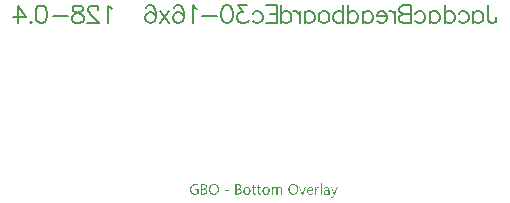
<source format=gbo>
G04*
G04 #@! TF.GenerationSoftware,Altium Limited,Altium Designer,22.11.1 (43)*
G04*
G04 Layer_Color=32896*
%FSLAX45Y45*%
%MOMM*%
G71*
G04*
G04 #@! TF.SameCoordinates,2E7F8865-AB32-4259-96A3-A5373F490E22*
G04*
G04*
G04 #@! TF.FilePolarity,Positive*
G04*
G01*
G75*
%ADD16C,0.20000*%
G36*
X1430084Y-5947607D02*
X1431499Y-5947748D01*
X1433197Y-5947890D01*
X1434895Y-5948031D01*
X1438856Y-5948597D01*
X1442817Y-5949446D01*
X1447062Y-5950719D01*
X1450882Y-5952276D01*
Y-5963877D01*
X1450740Y-5963735D01*
X1450457Y-5963594D01*
X1449750Y-5963169D01*
X1448901Y-5962745D01*
X1447910Y-5962321D01*
X1446637Y-5961613D01*
X1445222Y-5961047D01*
X1443525Y-5960340D01*
X1441827Y-5959774D01*
X1439846Y-5959067D01*
X1437724Y-5958501D01*
X1435460Y-5958076D01*
X1430509Y-5957227D01*
X1427821Y-5957086D01*
X1425133Y-5956944D01*
X1423718D01*
X1422586Y-5957086D01*
X1421313Y-5957227D01*
X1419898Y-5957510D01*
X1418200Y-5957793D01*
X1416502Y-5958218D01*
X1414522Y-5958784D01*
X1412541Y-5959491D01*
X1410560Y-5960340D01*
X1408438Y-5961330D01*
X1406316Y-5962604D01*
X1404335Y-5964018D01*
X1402355Y-5965575D01*
X1400515Y-5967414D01*
X1400374Y-5967555D01*
X1400091Y-5967838D01*
X1399666Y-5968404D01*
X1398959Y-5969253D01*
X1398252Y-5970243D01*
X1397544Y-5971517D01*
X1396554Y-5972931D01*
X1395705Y-5974629D01*
X1394856Y-5976468D01*
X1394007Y-5978449D01*
X1393159Y-5980713D01*
X1392451Y-5982976D01*
X1391744Y-5985523D01*
X1391319Y-5988353D01*
X1391036Y-5991182D01*
X1390895Y-5994153D01*
Y-5994295D01*
Y-5994861D01*
Y-5995709D01*
X1391036Y-5996983D01*
X1391178Y-5998397D01*
X1391319Y-6000095D01*
X1391602Y-6001934D01*
X1392027Y-6003915D01*
X1393017Y-6008159D01*
X1393866Y-6010423D01*
X1394715Y-6012545D01*
X1395705Y-6014809D01*
X1396837Y-6016931D01*
X1398252Y-6018912D01*
X1399808Y-6020892D01*
X1399949Y-6021034D01*
X1400232Y-6021317D01*
X1400798Y-6021741D01*
X1401506Y-6022449D01*
X1402355Y-6023156D01*
X1403486Y-6023863D01*
X1404760Y-6024854D01*
X1406174Y-6025703D01*
X1407872Y-6026552D01*
X1409570Y-6027400D01*
X1411692Y-6028249D01*
X1413814Y-6028957D01*
X1416078Y-6029664D01*
X1418625Y-6030089D01*
X1421171Y-6030371D01*
X1424001Y-6030513D01*
X1424991D01*
X1425698Y-6030371D01*
X1426689D01*
X1427679Y-6030230D01*
X1430226Y-6029947D01*
X1433055Y-6029523D01*
X1436026Y-6028674D01*
X1439139Y-6027683D01*
X1442110Y-6026269D01*
Y-6001227D01*
X1422586D01*
Y-5991748D01*
X1452579D01*
Y-6032211D01*
X1452438Y-6032352D01*
X1452013Y-6032494D01*
X1451164Y-6032918D01*
X1450174Y-6033343D01*
X1448901Y-6033908D01*
X1447486Y-6034616D01*
X1445788Y-6035323D01*
X1443808Y-6035889D01*
X1441685Y-6036597D01*
X1439422Y-6037304D01*
X1436875Y-6038011D01*
X1434329Y-6038577D01*
X1428669Y-6039426D01*
X1425840Y-6039568D01*
X1422727Y-6039709D01*
X1421879D01*
X1420888Y-6039568D01*
X1419615D01*
X1417917Y-6039285D01*
X1416078Y-6039002D01*
X1413956Y-6038719D01*
X1411692Y-6038153D01*
X1409287Y-6037587D01*
X1406740Y-6036738D01*
X1404194Y-6035748D01*
X1401647Y-6034616D01*
X1398959Y-6033201D01*
X1396554Y-6031503D01*
X1394007Y-6029664D01*
X1391744Y-6027542D01*
X1391602Y-6027400D01*
X1391178Y-6026976D01*
X1390612Y-6026269D01*
X1389905Y-6025278D01*
X1389056Y-6024005D01*
X1388065Y-6022590D01*
X1386933Y-6020892D01*
X1385943Y-6018770D01*
X1384811Y-6016648D01*
X1383679Y-6014102D01*
X1382689Y-6011413D01*
X1381840Y-6008584D01*
X1381133Y-6005471D01*
X1380567Y-6002076D01*
X1380143Y-5998539D01*
X1380001Y-5994861D01*
Y-5994578D01*
Y-5993870D01*
X1380143Y-5992880D01*
Y-5991465D01*
X1380425Y-5989626D01*
X1380708Y-5987504D01*
X1381133Y-5985240D01*
X1381699Y-5982835D01*
X1382265Y-5980147D01*
X1383114Y-5977459D01*
X1384245Y-5974629D01*
X1385519Y-5971658D01*
X1386933Y-5968829D01*
X1388773Y-5965999D01*
X1390753Y-5963311D01*
X1393017Y-5960764D01*
X1393159Y-5960623D01*
X1393583Y-5960198D01*
X1394432Y-5959491D01*
X1395422Y-5958642D01*
X1396695Y-5957652D01*
X1398252Y-5956520D01*
X1400091Y-5955388D01*
X1402072Y-5954115D01*
X1404477Y-5952842D01*
X1407023Y-5951710D01*
X1409711Y-5950578D01*
X1412682Y-5949588D01*
X1415795Y-5948739D01*
X1419190Y-5948031D01*
X1422727Y-5947607D01*
X1426406Y-5947465D01*
X1428811D01*
X1430084Y-5947607D01*
D02*
G37*
G36*
X2143275Y-5973214D02*
X2144548Y-5973497D01*
X2146246Y-5973922D01*
X2147944Y-5974488D01*
X2149924Y-5975195D01*
X2151905Y-5976327D01*
X2153744Y-5977742D01*
X2155725Y-5979439D01*
X2157423Y-5981562D01*
X2159120Y-5984108D01*
X2160394Y-5987079D01*
X2161526Y-5990475D01*
X2161808Y-5992455D01*
X2162091Y-5994578D01*
X2162374Y-5996700D01*
Y-5999105D01*
Y-6038294D01*
X2152188D01*
Y-6001793D01*
Y-6001651D01*
Y-6001368D01*
Y-6000803D01*
Y-6000095D01*
X2152046Y-5999246D01*
Y-5998114D01*
X2151764Y-5995851D01*
X2151339Y-5993446D01*
X2150773Y-5990899D01*
X2150066Y-5988494D01*
X2148934Y-5986513D01*
X2148793Y-5986372D01*
X2148368Y-5985806D01*
X2147519Y-5984957D01*
X2146387Y-5984108D01*
X2144831Y-5983259D01*
X2142850Y-5982410D01*
X2140587Y-5981845D01*
X2137899Y-5981703D01*
X2137616D01*
X2136767Y-5981845D01*
X2135635Y-5981986D01*
X2134079Y-5982410D01*
X2132381Y-5983118D01*
X2130400Y-5984250D01*
X2128561Y-5985664D01*
X2126722Y-5987645D01*
X2126580Y-5987928D01*
X2126015Y-5988635D01*
X2125307Y-5989909D01*
X2124458Y-5991607D01*
X2123609Y-5993729D01*
X2122902Y-5996134D01*
X2122336Y-5998963D01*
X2122195Y-6001934D01*
Y-6038294D01*
X2112008D01*
Y-6000520D01*
Y-6000237D01*
Y-5999671D01*
X2111867Y-5998822D01*
X2111725Y-5997549D01*
X2111584Y-5996134D01*
X2111301Y-5994578D01*
X2110735Y-5992880D01*
X2110169Y-5991041D01*
X2109462Y-5989343D01*
X2108471Y-5987645D01*
X2107339Y-5986089D01*
X2105925Y-5984674D01*
X2104227Y-5983401D01*
X2102246Y-5982552D01*
X2099983Y-5981845D01*
X2097436Y-5981703D01*
X2097153D01*
X2096304Y-5981845D01*
X2095172Y-5981986D01*
X2093616Y-5982410D01*
X2091777Y-5983118D01*
X2089938Y-5984108D01*
X2088098Y-5985523D01*
X2086401Y-5987362D01*
X2086259Y-5987645D01*
X2085693Y-5988353D01*
X2084986Y-5989626D01*
X2084279Y-5991182D01*
X2083430Y-5993304D01*
X2082722Y-5995851D01*
X2082156Y-5998680D01*
X2082015Y-6001934D01*
Y-6038294D01*
X2071828D01*
Y-5974488D01*
X2082015D01*
Y-5984674D01*
X2082298D01*
X2082439Y-5984533D01*
X2082581Y-5984108D01*
X2083005Y-5983542D01*
X2083571Y-5982835D01*
X2084279Y-5981986D01*
X2085127Y-5980996D01*
X2086118Y-5980005D01*
X2087391Y-5978873D01*
X2088664Y-5977742D01*
X2090079Y-5976751D01*
X2091777Y-5975761D01*
X2093475Y-5974912D01*
X2095455Y-5974205D01*
X2097577Y-5973497D01*
X2099700Y-5973214D01*
X2102105Y-5973073D01*
X2103237D01*
X2104368Y-5973214D01*
X2105925Y-5973497D01*
X2107764Y-5973922D01*
X2109603Y-5974629D01*
X2111584Y-5975478D01*
X2113423Y-5976751D01*
X2113706Y-5976893D01*
X2114272Y-5977459D01*
X2115121Y-5978166D01*
X2116111Y-5979298D01*
X2117243Y-5980571D01*
X2118375Y-5982269D01*
X2119365Y-5984108D01*
X2120072Y-5986230D01*
X2120214Y-5986089D01*
X2120355Y-5985664D01*
X2120780Y-5984957D01*
X2121487Y-5984108D01*
X2122195Y-5983118D01*
X2123044Y-5982127D01*
X2124175Y-5980854D01*
X2125449Y-5979581D01*
X2126863Y-5978449D01*
X2128420Y-5977176D01*
X2130117Y-5976185D01*
X2132098Y-5975054D01*
X2134079Y-5974346D01*
X2136342Y-5973639D01*
X2138748Y-5973214D01*
X2141294Y-5973073D01*
X2142143D01*
X2143275Y-5973214D01*
D02*
G37*
G36*
X2470231Y-5973639D02*
X2472211Y-5973780D01*
X2473202Y-5974063D01*
X2474050Y-5974346D01*
Y-5984957D01*
X2473909Y-5984816D01*
X2473626Y-5984674D01*
X2472919Y-5984250D01*
X2472070Y-5983825D01*
X2470938Y-5983542D01*
X2469665Y-5983118D01*
X2468108Y-5982976D01*
X2466269Y-5982835D01*
X2465986D01*
X2465137Y-5982976D01*
X2464005Y-5983118D01*
X2462449Y-5983542D01*
X2460751Y-5984391D01*
X2458912Y-5985523D01*
X2457073Y-5986938D01*
X2456224Y-5987928D01*
X2455375Y-5989060D01*
X2455234Y-5989343D01*
X2454668Y-5990192D01*
X2453961Y-5991607D01*
X2453253Y-5993446D01*
X2452404Y-5995851D01*
X2451697Y-5998680D01*
X2451131Y-6002076D01*
X2450990Y-6005896D01*
Y-6038294D01*
X2440803D01*
Y-5974488D01*
X2450990D01*
Y-5987645D01*
X2451272D01*
Y-5987504D01*
X2451414Y-5987362D01*
X2451697Y-5986513D01*
X2452121Y-5985381D01*
X2452829Y-5983825D01*
X2453819Y-5982127D01*
X2454951Y-5980430D01*
X2456224Y-5978873D01*
X2457780Y-5977317D01*
X2457922Y-5977176D01*
X2458629Y-5976751D01*
X2459478Y-5976044D01*
X2460751Y-5975337D01*
X2462308Y-5974771D01*
X2464005Y-5974063D01*
X2465845Y-5973639D01*
X2467967Y-5973497D01*
X2469382D01*
X2470231Y-5973639D01*
D02*
G37*
G36*
X1708937Y-6006886D02*
X1674983D01*
Y-5998822D01*
X1708937D01*
Y-6006886D01*
D02*
G37*
G36*
X2602371Y-6048481D02*
X2602229Y-6048764D01*
X2601947Y-6049330D01*
X2601522Y-6050320D01*
X2600956Y-6051593D01*
X2600107Y-6053008D01*
X2599117Y-6054706D01*
X2597985Y-6056545D01*
X2596712Y-6058384D01*
X2595156Y-6060223D01*
X2593599Y-6062063D01*
X2591760Y-6063619D01*
X2589779Y-6065175D01*
X2587657Y-6066448D01*
X2585394Y-6067439D01*
X2582847Y-6068005D01*
X2580300Y-6068288D01*
X2578886D01*
X2578037Y-6068146D01*
X2575773Y-6067863D01*
X2573651Y-6067439D01*
Y-6058243D01*
X2573792D01*
X2574217Y-6058384D01*
X2574783Y-6058526D01*
X2575632Y-6058809D01*
X2577612Y-6059233D01*
X2579734Y-6059374D01*
X2580442D01*
X2581008Y-6059233D01*
X2582423Y-6058950D01*
X2584120Y-6058243D01*
X2585960Y-6057111D01*
X2586950Y-6056403D01*
X2587799Y-6055555D01*
X2588789Y-6054423D01*
X2589638Y-6053149D01*
X2590487Y-6051735D01*
X2591336Y-6050178D01*
X2596429Y-6038294D01*
X2571529Y-5974488D01*
X2582847D01*
X2600107Y-6023722D01*
Y-6023863D01*
X2600249Y-6024146D01*
X2600390Y-6024571D01*
X2600532Y-6025278D01*
X2600815Y-6026127D01*
X2601098Y-6027117D01*
X2601381Y-6028532D01*
X2601805D01*
Y-6028391D01*
Y-6028249D01*
X2601947Y-6027825D01*
X2602088Y-6027400D01*
X2602229Y-6026693D01*
X2602512Y-6025844D01*
X2602795Y-6024854D01*
X2603078Y-6023722D01*
X2621188Y-5974488D01*
X2631798D01*
X2602371Y-6048481D01*
D02*
G37*
G36*
X2337524Y-6038294D02*
X2327621D01*
X2303428Y-5974488D01*
X2314605D01*
X2330733Y-6020892D01*
X2330875Y-6021175D01*
X2331016Y-6021741D01*
X2331299Y-6022732D01*
X2331724Y-6023863D01*
X2332148Y-6025278D01*
X2332431Y-6026835D01*
X2332997Y-6029806D01*
X2333280D01*
Y-6029523D01*
X2333421Y-6028957D01*
X2333563Y-6028108D01*
X2333704Y-6026976D01*
X2333987Y-6025561D01*
X2334412Y-6024146D01*
X2335261Y-6021175D01*
X2352238Y-5974488D01*
X2362990D01*
X2337524Y-6038294D01*
D02*
G37*
G36*
X2541252Y-5973214D02*
X2542667Y-5973497D01*
X2544365Y-5973780D01*
X2546204Y-5974346D01*
X2548326Y-5975054D01*
X2550449Y-5976044D01*
X2552429Y-5977317D01*
X2554551Y-5978873D01*
X2556391Y-5980854D01*
X2558088Y-5983118D01*
X2559503Y-5985806D01*
X2560635Y-5989060D01*
X2561342Y-5992597D01*
X2561625Y-5996841D01*
Y-6038294D01*
X2551439D01*
Y-6028391D01*
X2551156D01*
X2551014Y-6028532D01*
X2550873Y-6028815D01*
X2550449Y-6029381D01*
X2549883Y-6030089D01*
X2549175Y-6031079D01*
X2548326Y-6031928D01*
X2547336Y-6033060D01*
X2546204Y-6034050D01*
X2544931Y-6035040D01*
X2543516Y-6036172D01*
X2541818Y-6037021D01*
X2540121Y-6037870D01*
X2538281Y-6038719D01*
X2536159Y-6039285D01*
X2534037Y-6039568D01*
X2531632Y-6039709D01*
X2530783D01*
X2530076Y-6039568D01*
X2529227D01*
X2528378Y-6039426D01*
X2526114Y-6039143D01*
X2523709Y-6038436D01*
X2521304Y-6037587D01*
X2518757Y-6036455D01*
X2516635Y-6034757D01*
X2516352Y-6034474D01*
X2515786Y-6033908D01*
X2514938Y-6032777D01*
X2513947Y-6031220D01*
X2512957Y-6029381D01*
X2512108Y-6027117D01*
X2511542Y-6024429D01*
X2511259Y-6021458D01*
Y-6021317D01*
Y-6020609D01*
X2511401Y-6019761D01*
X2511542Y-6018629D01*
X2511967Y-6017214D01*
X2512391Y-6015658D01*
X2513098Y-6013960D01*
X2513947Y-6012121D01*
X2515079Y-6010282D01*
X2516352Y-6008442D01*
X2518050Y-6006745D01*
X2520172Y-6005047D01*
X2522577Y-6003632D01*
X2525407Y-6002359D01*
X2528661Y-6001368D01*
X2532339Y-6000661D01*
X2551439Y-5997973D01*
Y-5997832D01*
Y-5997266D01*
X2551297Y-5996417D01*
Y-5995426D01*
X2551014Y-5994153D01*
X2550731Y-5992880D01*
X2550307Y-5991324D01*
X2549741Y-5989767D01*
X2549034Y-5988353D01*
X2548185Y-5986796D01*
X2547195Y-5985523D01*
X2545921Y-5984250D01*
X2544365Y-5983259D01*
X2542667Y-5982410D01*
X2540545Y-5981845D01*
X2538281Y-5981703D01*
X2537150D01*
X2536301Y-5981845D01*
X2535310Y-5981986D01*
X2534179Y-5982127D01*
X2532905Y-5982410D01*
X2531349Y-5982693D01*
X2528236Y-5983542D01*
X2524700Y-5984957D01*
X2522860Y-5985806D01*
X2521021Y-5986938D01*
X2519323Y-5988070D01*
X2517484Y-5989484D01*
Y-5979015D01*
X2517626Y-5978873D01*
X2517909Y-5978732D01*
X2518475Y-5978449D01*
X2519182Y-5978025D01*
X2520031Y-5977600D01*
X2521163Y-5977176D01*
X2522294Y-5976610D01*
X2523709Y-5976044D01*
X2525265Y-5975478D01*
X2526963Y-5974912D01*
X2530642Y-5974063D01*
X2534744Y-5973356D01*
X2539130Y-5973073D01*
X2540121D01*
X2541252Y-5973214D01*
D02*
G37*
G36*
X2495414Y-6038294D02*
X2485227D01*
Y-5943928D01*
X2495414D01*
Y-6038294D01*
D02*
G37*
G36*
X1791136Y-5949163D02*
X1792126D01*
X1793258Y-5949305D01*
X1795805Y-5949729D01*
X1798776Y-5950436D01*
X1801747Y-5951427D01*
X1804859Y-5952842D01*
X1807548Y-5954681D01*
X1807689D01*
X1807831Y-5954964D01*
X1808679Y-5955671D01*
X1809670Y-5956944D01*
X1810943Y-5958642D01*
X1812216Y-5960764D01*
X1813348Y-5963311D01*
X1814056Y-5966140D01*
X1814197Y-5967697D01*
X1814339Y-5969394D01*
Y-5969536D01*
Y-5969677D01*
Y-5970102D01*
Y-5970668D01*
X1814197Y-5972083D01*
X1813773Y-5973922D01*
X1813348Y-5976044D01*
X1812641Y-5978166D01*
X1811650Y-5980430D01*
X1810236Y-5982693D01*
X1810094Y-5982976D01*
X1809528Y-5983542D01*
X1808538Y-5984533D01*
X1807265Y-5985806D01*
X1805708Y-5987079D01*
X1803728Y-5988353D01*
X1801464Y-5989626D01*
X1798917Y-5990616D01*
Y-5990899D01*
X1799342D01*
X1799766Y-5991041D01*
X1800474Y-5991182D01*
X1802030Y-5991465D01*
X1804152Y-5992172D01*
X1806416Y-5993021D01*
X1808821Y-5994153D01*
X1811226Y-5995709D01*
X1813348Y-5997690D01*
X1813631Y-5997973D01*
X1814197Y-5998680D01*
X1815046Y-5999954D01*
X1816036Y-6001793D01*
X1817027Y-6003915D01*
X1817875Y-6006462D01*
X1818441Y-6009433D01*
X1818724Y-6012687D01*
Y-6012828D01*
Y-6013253D01*
Y-6013819D01*
X1818583Y-6014526D01*
X1818441Y-6015516D01*
X1818300Y-6016648D01*
X1817734Y-6019336D01*
X1816744Y-6022307D01*
X1816036Y-6023722D01*
X1815329Y-6025278D01*
X1814339Y-6026835D01*
X1813207Y-6028391D01*
X1811933Y-6029806D01*
X1810519Y-6031220D01*
X1810377Y-6031362D01*
X1810094Y-6031503D01*
X1809670Y-6031928D01*
X1809104Y-6032352D01*
X1808255Y-6032918D01*
X1807265Y-6033484D01*
X1806133Y-6034050D01*
X1804859Y-6034757D01*
X1803445Y-6035465D01*
X1801888Y-6036031D01*
X1798351Y-6037162D01*
X1794249Y-6038011D01*
X1791985Y-6038153D01*
X1789721Y-6038294D01*
X1763689D01*
Y-5949022D01*
X1790287D01*
X1791136Y-5949163D01*
D02*
G37*
G36*
X1500823D02*
X1501814D01*
X1502945Y-5949305D01*
X1505492Y-5949729D01*
X1508463Y-5950436D01*
X1511434Y-5951427D01*
X1514547Y-5952842D01*
X1517235Y-5954681D01*
X1517376D01*
X1517518Y-5954964D01*
X1518367Y-5955671D01*
X1519357Y-5956944D01*
X1520630Y-5958642D01*
X1521903Y-5960764D01*
X1523035Y-5963311D01*
X1523743Y-5966140D01*
X1523884Y-5967697D01*
X1524026Y-5969394D01*
Y-5969536D01*
Y-5969677D01*
Y-5970102D01*
Y-5970668D01*
X1523884Y-5972083D01*
X1523460Y-5973922D01*
X1523035Y-5976044D01*
X1522328Y-5978166D01*
X1521338Y-5980430D01*
X1519923Y-5982693D01*
X1519781Y-5982976D01*
X1519215Y-5983542D01*
X1518225Y-5984533D01*
X1516952Y-5985806D01*
X1515395Y-5987079D01*
X1513415Y-5988353D01*
X1511151Y-5989626D01*
X1508605Y-5990616D01*
Y-5990899D01*
X1509029D01*
X1509453Y-5991041D01*
X1510161Y-5991182D01*
X1511717Y-5991465D01*
X1513839Y-5992172D01*
X1516103Y-5993021D01*
X1518508Y-5994153D01*
X1520913Y-5995709D01*
X1523035Y-5997690D01*
X1523318Y-5997973D01*
X1523884Y-5998680D01*
X1524733Y-5999954D01*
X1525723Y-6001793D01*
X1526714Y-6003915D01*
X1527563Y-6006462D01*
X1528129Y-6009433D01*
X1528411Y-6012687D01*
Y-6012828D01*
Y-6013253D01*
Y-6013819D01*
X1528270Y-6014526D01*
X1528129Y-6015516D01*
X1527987Y-6016648D01*
X1527421Y-6019336D01*
X1526431Y-6022307D01*
X1525723Y-6023722D01*
X1525016Y-6025278D01*
X1524026Y-6026835D01*
X1522894Y-6028391D01*
X1521621Y-6029806D01*
X1520206Y-6031220D01*
X1520064Y-6031362D01*
X1519781Y-6031503D01*
X1519357Y-6031928D01*
X1518791Y-6032352D01*
X1517942Y-6032918D01*
X1516952Y-6033484D01*
X1515820Y-6034050D01*
X1514547Y-6034757D01*
X1513132Y-6035465D01*
X1511576Y-6036031D01*
X1508039Y-6037162D01*
X1503936Y-6038011D01*
X1501672Y-6038153D01*
X1499408Y-6038294D01*
X1473377D01*
Y-5949022D01*
X1499974D01*
X1500823Y-5949163D01*
D02*
G37*
G36*
X1967135Y-5974488D02*
X1983263D01*
Y-5983259D01*
X1967135D01*
Y-6019195D01*
Y-6019478D01*
Y-6020185D01*
X1967276Y-6021458D01*
X1967418Y-6022732D01*
X1967701Y-6024288D01*
X1967984Y-6025844D01*
X1968550Y-6027259D01*
X1969257Y-6028391D01*
X1969398Y-6028532D01*
X1969681Y-6028815D01*
X1970247Y-6029240D01*
X1971096Y-6029664D01*
X1972086Y-6030230D01*
X1973360Y-6030654D01*
X1974775Y-6030937D01*
X1976614Y-6031079D01*
X1977321D01*
X1978029Y-6030937D01*
X1978877Y-6030796D01*
X1979868Y-6030513D01*
X1981000Y-6030230D01*
X1982131Y-6029664D01*
X1983263Y-6028957D01*
Y-6037728D01*
X1983122Y-6037870D01*
X1982556Y-6038011D01*
X1981848Y-6038294D01*
X1980717Y-6038577D01*
X1979302Y-6039002D01*
X1977604Y-6039285D01*
X1975765Y-6039426D01*
X1973643Y-6039568D01*
X1972935D01*
X1972086Y-6039426D01*
X1971096Y-6039285D01*
X1969823Y-6039002D01*
X1968408Y-6038577D01*
X1966852Y-6038011D01*
X1965296Y-6037304D01*
X1963739Y-6036314D01*
X1962183Y-6035040D01*
X1960768Y-6033484D01*
X1959495Y-6031786D01*
X1958505Y-6029664D01*
X1957656Y-6027117D01*
X1957090Y-6024288D01*
X1956948Y-6021034D01*
Y-5983259D01*
X1945913D01*
Y-5974488D01*
X1956948D01*
Y-5958925D01*
X1967135Y-5955671D01*
Y-5974488D01*
D02*
G37*
G36*
X1923842D02*
X1939971D01*
Y-5983259D01*
X1923842D01*
Y-6019195D01*
Y-6019478D01*
Y-6020185D01*
X1923984Y-6021458D01*
X1924125Y-6022732D01*
X1924408Y-6024288D01*
X1924691Y-6025844D01*
X1925257Y-6027259D01*
X1925965Y-6028391D01*
X1926106Y-6028532D01*
X1926389Y-6028815D01*
X1926955Y-6029240D01*
X1927804Y-6029664D01*
X1928794Y-6030230D01*
X1930068Y-6030654D01*
X1931482Y-6030937D01*
X1933322Y-6031079D01*
X1934029D01*
X1934736Y-6030937D01*
X1935585Y-6030796D01*
X1936576Y-6030513D01*
X1937707Y-6030230D01*
X1938839Y-6029664D01*
X1939971Y-6028957D01*
Y-6037728D01*
X1939829Y-6037870D01*
X1939264Y-6038011D01*
X1938556Y-6038294D01*
X1937424Y-6038577D01*
X1936010Y-6039002D01*
X1934312Y-6039285D01*
X1932473Y-6039426D01*
X1930350Y-6039568D01*
X1929643D01*
X1928794Y-6039426D01*
X1927804Y-6039285D01*
X1926531Y-6039002D01*
X1925116Y-6038577D01*
X1923560Y-6038011D01*
X1922003Y-6037304D01*
X1920447Y-6036314D01*
X1918891Y-6035040D01*
X1917476Y-6033484D01*
X1916203Y-6031786D01*
X1915212Y-6029664D01*
X1914363Y-6027117D01*
X1913798Y-6024288D01*
X1913656Y-6021034D01*
Y-5983259D01*
X1902621D01*
Y-5974488D01*
X1913656D01*
Y-5958925D01*
X1923842Y-5955671D01*
Y-5974488D01*
D02*
G37*
G36*
X2401189Y-5973214D02*
X2402180Y-5973356D01*
X2403311Y-5973497D01*
X2406141Y-5974063D01*
X2409253Y-5975054D01*
X2410810Y-5975619D01*
X2412507Y-5976468D01*
X2414064Y-5977459D01*
X2415479Y-5978449D01*
X2417035Y-5979722D01*
X2418308Y-5981137D01*
X2418450Y-5981279D01*
X2418591Y-5981562D01*
X2419015Y-5981986D01*
X2419440Y-5982552D01*
X2419864Y-5983401D01*
X2420572Y-5984391D01*
X2421138Y-5985664D01*
X2421845Y-5986938D01*
X2422411Y-5988494D01*
X2423118Y-5990192D01*
X2423684Y-5992031D01*
X2424109Y-5994012D01*
X2424675Y-5996134D01*
X2424958Y-5998539D01*
X2425099Y-6000944D01*
X2425241Y-6003632D01*
Y-6009008D01*
X2380251D01*
Y-6009150D01*
Y-6009433D01*
Y-6009999D01*
X2380392Y-6010706D01*
Y-6011696D01*
X2380533Y-6012687D01*
X2380958Y-6015092D01*
X2381665Y-6017638D01*
X2382656Y-6020468D01*
X2384070Y-6023015D01*
X2385910Y-6025420D01*
X2386193Y-6025703D01*
X2386900Y-6026269D01*
X2388173Y-6027259D01*
X2389871Y-6028249D01*
X2391993Y-6029381D01*
X2394681Y-6030371D01*
X2397652Y-6030937D01*
X2401048Y-6031220D01*
X2402038D01*
X2402887Y-6031079D01*
X2403877Y-6030937D01*
X2404868Y-6030796D01*
X2406141Y-6030654D01*
X2407556Y-6030371D01*
X2410668Y-6029523D01*
X2413922Y-6028249D01*
X2415620Y-6027400D01*
X2417459Y-6026410D01*
X2419157Y-6025420D01*
X2420855Y-6024146D01*
Y-6033767D01*
X2420713D01*
X2420430Y-6034050D01*
X2420006Y-6034333D01*
X2419298Y-6034757D01*
X2418450Y-6035182D01*
X2417459Y-6035606D01*
X2416327Y-6036172D01*
X2414913Y-6036738D01*
X2413356Y-6037304D01*
X2411659Y-6037870D01*
X2409819Y-6038294D01*
X2407839Y-6038719D01*
X2405858Y-6039143D01*
X2403594Y-6039426D01*
X2398643Y-6039709D01*
X2397369D01*
X2396379Y-6039568D01*
X2395247Y-6039426D01*
X2393974Y-6039285D01*
X2392418Y-6039002D01*
X2390861Y-6038577D01*
X2387466Y-6037587D01*
X2385627Y-6036879D01*
X2383929Y-6036031D01*
X2382090Y-6035040D01*
X2380392Y-6033908D01*
X2378836Y-6032635D01*
X2377279Y-6031079D01*
X2377138Y-6030937D01*
X2376997Y-6030654D01*
X2376572Y-6030230D01*
X2376148Y-6029523D01*
X2375582Y-6028532D01*
X2374874Y-6027542D01*
X2374167Y-6026269D01*
X2373460Y-6024854D01*
X2372752Y-6023156D01*
X2372045Y-6021317D01*
X2371479Y-6019336D01*
X2370771Y-6017214D01*
X2370347Y-6014809D01*
X2369923Y-6012262D01*
X2369781Y-6009574D01*
X2369640Y-6006745D01*
Y-6006603D01*
Y-6006037D01*
Y-6005330D01*
X2369781Y-6004198D01*
X2369923Y-6002925D01*
X2370064Y-6001510D01*
X2370347Y-5999812D01*
X2370630Y-5998114D01*
X2371620Y-5994153D01*
X2372328Y-5992172D01*
X2373177Y-5990192D01*
X2374167Y-5988070D01*
X2375299Y-5986089D01*
X2376572Y-5984250D01*
X2377987Y-5982410D01*
X2378128Y-5982269D01*
X2378411Y-5981986D01*
X2378836Y-5981562D01*
X2379543Y-5980996D01*
X2380392Y-5980288D01*
X2381382Y-5979439D01*
X2382514Y-5978591D01*
X2383787Y-5977742D01*
X2385202Y-5976893D01*
X2386900Y-5976044D01*
X2390437Y-5974488D01*
X2392418Y-5973922D01*
X2394540Y-5973497D01*
X2396803Y-5973214D01*
X2399067Y-5973073D01*
X2400199D01*
X2401189Y-5973214D01*
D02*
G37*
G36*
X2257306Y-5947607D02*
X2258579D01*
X2260136Y-5947890D01*
X2261975Y-5948173D01*
X2263956Y-5948456D01*
X2266219Y-5949022D01*
X2268483Y-5949729D01*
X2270888Y-5950578D01*
X2273435Y-5951568D01*
X2275840Y-5952842D01*
X2278386Y-5954256D01*
X2280791Y-5955954D01*
X2283055Y-5957793D01*
X2285319Y-5960057D01*
X2285460Y-5960198D01*
X2285743Y-5960623D01*
X2286309Y-5961330D01*
X2287158Y-5962321D01*
X2288007Y-5963594D01*
X2288856Y-5965009D01*
X2289988Y-5966848D01*
X2290978Y-5968829D01*
X2291968Y-5970951D01*
X2293100Y-5973497D01*
X2293949Y-5976185D01*
X2294939Y-5979015D01*
X2295647Y-5982127D01*
X2296213Y-5985381D01*
X2296496Y-5988918D01*
X2296637Y-5992597D01*
Y-5992880D01*
Y-5993587D01*
X2296496Y-5994719D01*
Y-5996134D01*
X2296354Y-5997973D01*
X2296071Y-6000095D01*
X2295647Y-6002500D01*
X2295222Y-6005047D01*
X2294515Y-6007735D01*
X2293807Y-6010565D01*
X2292817Y-6013394D01*
X2291685Y-6016365D01*
X2290412Y-6019195D01*
X2288856Y-6022024D01*
X2287017Y-6024571D01*
X2285036Y-6027117D01*
X2284894Y-6027259D01*
X2284470Y-6027683D01*
X2283904Y-6028249D01*
X2282914Y-6029098D01*
X2281782Y-6030089D01*
X2280367Y-6031079D01*
X2278669Y-6032211D01*
X2276830Y-6033343D01*
X2274708Y-6034616D01*
X2272444Y-6035748D01*
X2269898Y-6036738D01*
X2267068Y-6037728D01*
X2264097Y-6038577D01*
X2260985Y-6039143D01*
X2257589Y-6039568D01*
X2254052Y-6039709D01*
X2253203D01*
X2252213Y-6039568D01*
X2250940D01*
X2249242Y-6039285D01*
X2247403Y-6039002D01*
X2245422Y-6038719D01*
X2243158Y-6038153D01*
X2240753Y-6037445D01*
X2238348Y-6036597D01*
X2235801Y-6035606D01*
X2233255Y-6034474D01*
X2230708Y-6033060D01*
X2228303Y-6031362D01*
X2225898Y-6029381D01*
X2223634Y-6027259D01*
X2223493Y-6027117D01*
X2223210Y-6026693D01*
X2222644Y-6025986D01*
X2221795Y-6024995D01*
X2220946Y-6023722D01*
X2219956Y-6022307D01*
X2218966Y-6020468D01*
X2217975Y-6018487D01*
X2216843Y-6016224D01*
X2215853Y-6013819D01*
X2214863Y-6011130D01*
X2214014Y-6008301D01*
X2213306Y-6005188D01*
X2212741Y-6001934D01*
X2212316Y-5998397D01*
X2212175Y-5994719D01*
Y-5994436D01*
Y-5993729D01*
X2212316Y-5992597D01*
Y-5991182D01*
X2212599Y-5989343D01*
X2212741Y-5987221D01*
X2213165Y-5984957D01*
X2213589Y-5982410D01*
X2214297Y-5979722D01*
X2215004Y-5976893D01*
X2215995Y-5974063D01*
X2217126Y-5971092D01*
X2218400Y-5968263D01*
X2219956Y-5965575D01*
X2221795Y-5962886D01*
X2223776Y-5960340D01*
X2223917Y-5960198D01*
X2224342Y-5959774D01*
X2225049Y-5959208D01*
X2225898Y-5958359D01*
X2227171Y-5957369D01*
X2228586Y-5956237D01*
X2230284Y-5955105D01*
X2232123Y-5953832D01*
X2234245Y-5952700D01*
X2236650Y-5951568D01*
X2239338Y-5950436D01*
X2242168Y-5949446D01*
X2245139Y-5948597D01*
X2248393Y-5948031D01*
X2251788Y-5947607D01*
X2255467Y-5947465D01*
X2256316D01*
X2257306Y-5947607D01*
D02*
G37*
G36*
X2027546Y-5973214D02*
X2028678Y-5973356D01*
X2030092Y-5973497D01*
X2031649Y-5973780D01*
X2033346Y-5974205D01*
X2036883Y-5975195D01*
X2038723Y-5975902D01*
X2040562Y-5976751D01*
X2042401Y-5977742D01*
X2044099Y-5979015D01*
X2045797Y-5980288D01*
X2047353Y-5981845D01*
X2047494Y-5981986D01*
X2047636Y-5982269D01*
X2048060Y-5982693D01*
X2048626Y-5983401D01*
X2049192Y-5984391D01*
X2049899Y-5985381D01*
X2050607Y-5986655D01*
X2051456Y-5988211D01*
X2052163Y-5989767D01*
X2052870Y-5991607D01*
X2053578Y-5993587D01*
X2054144Y-5995851D01*
X2054710Y-5998114D01*
X2055134Y-6000661D01*
X2055276Y-6003349D01*
X2055417Y-6006179D01*
Y-6006320D01*
Y-6006886D01*
Y-6007594D01*
X2055276Y-6008725D01*
X2055134Y-6009999D01*
X2054993Y-6011555D01*
X2054710Y-6013111D01*
X2054285Y-6014950D01*
X2053295Y-6018912D01*
X2052587Y-6020892D01*
X2051739Y-6023015D01*
X2050748Y-6024995D01*
X2049616Y-6026976D01*
X2048343Y-6028815D01*
X2046787Y-6030654D01*
X2046645Y-6030796D01*
X2046362Y-6031079D01*
X2045938Y-6031503D01*
X2045231Y-6032069D01*
X2044382Y-6032777D01*
X2043250Y-6033484D01*
X2042118Y-6034333D01*
X2040703Y-6035182D01*
X2039147Y-6036031D01*
X2037308Y-6036879D01*
X2035469Y-6037587D01*
X2033346Y-6038294D01*
X2031083Y-6038860D01*
X2028819Y-6039285D01*
X2026273Y-6039568D01*
X2023584Y-6039709D01*
X2022170D01*
X2021179Y-6039568D01*
X2020048Y-6039426D01*
X2018633Y-6039285D01*
X2017076Y-6039002D01*
X2015520Y-6038577D01*
X2011842Y-6037587D01*
X2010003Y-6036879D01*
X2008022Y-6036031D01*
X2006183Y-6035040D01*
X2004343Y-6033767D01*
X2002646Y-6032494D01*
X2000948Y-6030937D01*
X2000807Y-6030796D01*
X2000524Y-6030513D01*
X2000241Y-6029947D01*
X1999675Y-6029240D01*
X1998967Y-6028391D01*
X1998260Y-6027259D01*
X1997553Y-6026127D01*
X1996845Y-6024571D01*
X1995996Y-6023015D01*
X1995289Y-6021175D01*
X1994581Y-6019195D01*
X1993874Y-6017214D01*
X1993308Y-6014809D01*
X1993025Y-6012404D01*
X1992742Y-6009857D01*
X1992601Y-6007169D01*
Y-6007028D01*
Y-6006462D01*
Y-6005613D01*
X1992742Y-6004481D01*
X1992884Y-6003208D01*
X1993025Y-6001651D01*
X1993308Y-5999954D01*
X1993733Y-5997973D01*
X1994723Y-5994012D01*
X1995430Y-5991889D01*
X1996279Y-5989909D01*
X1997270Y-5987787D01*
X1998543Y-5985806D01*
X1999816Y-5983967D01*
X2001372Y-5982127D01*
X2001514Y-5981986D01*
X2001797Y-5981703D01*
X2002221Y-5981279D01*
X2002929Y-5980713D01*
X2003919Y-5980005D01*
X2004909Y-5979298D01*
X2006183Y-5978449D01*
X2007597Y-5977600D01*
X2009295Y-5976751D01*
X2010993Y-5975902D01*
X2012974Y-5975195D01*
X2015096Y-5974488D01*
X2017359Y-5973922D01*
X2019765Y-5973497D01*
X2022453Y-5973214D01*
X2025141Y-5973073D01*
X2026556D01*
X2027546Y-5973214D01*
D02*
G37*
G36*
X1866119D02*
X1867251Y-5973356D01*
X1868666Y-5973497D01*
X1870222Y-5973780D01*
X1871920Y-5974205D01*
X1875457Y-5975195D01*
X1877296Y-5975902D01*
X1879135Y-5976751D01*
X1880975Y-5977742D01*
X1882672Y-5979015D01*
X1884370Y-5980288D01*
X1885926Y-5981845D01*
X1886068Y-5981986D01*
X1886209Y-5982269D01*
X1886634Y-5982693D01*
X1887200Y-5983401D01*
X1887766Y-5984391D01*
X1888473Y-5985381D01*
X1889180Y-5986655D01*
X1890029Y-5988211D01*
X1890737Y-5989767D01*
X1891444Y-5991607D01*
X1892151Y-5993587D01*
X1892717Y-5995851D01*
X1893283Y-5998114D01*
X1893708Y-6000661D01*
X1893849Y-6003349D01*
X1893991Y-6006179D01*
Y-6006320D01*
Y-6006886D01*
Y-6007594D01*
X1893849Y-6008725D01*
X1893708Y-6009999D01*
X1893566Y-6011555D01*
X1893283Y-6013111D01*
X1892859Y-6014950D01*
X1891868Y-6018912D01*
X1891161Y-6020892D01*
X1890312Y-6023015D01*
X1889322Y-6024995D01*
X1888190Y-6026976D01*
X1886917Y-6028815D01*
X1885360Y-6030654D01*
X1885219Y-6030796D01*
X1884936Y-6031079D01*
X1884512Y-6031503D01*
X1883804Y-6032069D01*
X1882955Y-6032777D01*
X1881824Y-6033484D01*
X1880692Y-6034333D01*
X1879277Y-6035182D01*
X1877721Y-6036031D01*
X1875881Y-6036879D01*
X1874042Y-6037587D01*
X1871920Y-6038294D01*
X1869656Y-6038860D01*
X1867393Y-6039285D01*
X1864846Y-6039568D01*
X1862158Y-6039709D01*
X1860743D01*
X1859753Y-6039568D01*
X1858621Y-6039426D01*
X1857206Y-6039285D01*
X1855650Y-6039002D01*
X1854094Y-6038577D01*
X1850415Y-6037587D01*
X1848576Y-6036879D01*
X1846595Y-6036031D01*
X1844756Y-6035040D01*
X1842917Y-6033767D01*
X1841219Y-6032494D01*
X1839522Y-6030937D01*
X1839380Y-6030796D01*
X1839097Y-6030513D01*
X1838814Y-6029947D01*
X1838248Y-6029240D01*
X1837541Y-6028391D01*
X1836834Y-6027259D01*
X1836126Y-6026127D01*
X1835419Y-6024571D01*
X1834570Y-6023015D01*
X1833862Y-6021175D01*
X1833155Y-6019195D01*
X1832448Y-6017214D01*
X1831882Y-6014809D01*
X1831599Y-6012404D01*
X1831316Y-6009857D01*
X1831174Y-6007169D01*
Y-6007028D01*
Y-6006462D01*
Y-6005613D01*
X1831316Y-6004481D01*
X1831457Y-6003208D01*
X1831599Y-6001651D01*
X1831882Y-5999954D01*
X1832306Y-5997973D01*
X1833297Y-5994012D01*
X1834004Y-5991889D01*
X1834853Y-5989909D01*
X1835843Y-5987787D01*
X1837116Y-5985806D01*
X1838390Y-5983967D01*
X1839946Y-5982127D01*
X1840088Y-5981986D01*
X1840370Y-5981703D01*
X1840795Y-5981279D01*
X1841502Y-5980713D01*
X1842493Y-5980005D01*
X1843483Y-5979298D01*
X1844756Y-5978449D01*
X1846171Y-5977600D01*
X1847869Y-5976751D01*
X1849567Y-5975902D01*
X1851547Y-5975195D01*
X1853669Y-5974488D01*
X1855933Y-5973922D01*
X1858338Y-5973497D01*
X1861026Y-5973214D01*
X1863714Y-5973073D01*
X1865129D01*
X1866119Y-5973214D01*
D02*
G37*
G36*
X1585852Y-5947607D02*
X1587125D01*
X1588681Y-5947890D01*
X1590520Y-5948173D01*
X1592501Y-5948456D01*
X1594765Y-5949022D01*
X1597028Y-5949729D01*
X1599433Y-5950578D01*
X1601980Y-5951568D01*
X1604385Y-5952842D01*
X1606932Y-5954256D01*
X1609337Y-5955954D01*
X1611601Y-5957793D01*
X1613864Y-5960057D01*
X1614006Y-5960198D01*
X1614289Y-5960623D01*
X1614855Y-5961330D01*
X1615703Y-5962321D01*
X1616552Y-5963594D01*
X1617401Y-5965009D01*
X1618533Y-5966848D01*
X1619523Y-5968829D01*
X1620514Y-5970951D01*
X1621645Y-5973497D01*
X1622494Y-5976185D01*
X1623485Y-5979015D01*
X1624192Y-5982127D01*
X1624758Y-5985381D01*
X1625041Y-5988918D01*
X1625182Y-5992597D01*
Y-5992880D01*
Y-5993587D01*
X1625041Y-5994719D01*
Y-5996134D01*
X1624899Y-5997973D01*
X1624617Y-6000095D01*
X1624192Y-6002500D01*
X1623768Y-6005047D01*
X1623060Y-6007735D01*
X1622353Y-6010565D01*
X1621363Y-6013394D01*
X1620231Y-6016365D01*
X1618957Y-6019195D01*
X1617401Y-6022024D01*
X1615562Y-6024571D01*
X1613581Y-6027117D01*
X1613440Y-6027259D01*
X1613015Y-6027683D01*
X1612449Y-6028249D01*
X1611459Y-6029098D01*
X1610327Y-6030089D01*
X1608912Y-6031079D01*
X1607215Y-6032211D01*
X1605376Y-6033343D01*
X1603253Y-6034616D01*
X1600990Y-6035748D01*
X1598443Y-6036738D01*
X1595614Y-6037728D01*
X1592642Y-6038577D01*
X1589530Y-6039143D01*
X1586134Y-6039568D01*
X1582598Y-6039709D01*
X1581749D01*
X1580758Y-6039568D01*
X1579485D01*
X1577787Y-6039285D01*
X1575948Y-6039002D01*
X1573967Y-6038719D01*
X1571704Y-6038153D01*
X1569299Y-6037445D01*
X1566893Y-6036597D01*
X1564347Y-6035606D01*
X1561800Y-6034474D01*
X1559254Y-6033060D01*
X1556849Y-6031362D01*
X1554443Y-6029381D01*
X1552180Y-6027259D01*
X1552038Y-6027117D01*
X1551755Y-6026693D01*
X1551189Y-6025986D01*
X1550341Y-6024995D01*
X1549492Y-6023722D01*
X1548501Y-6022307D01*
X1547511Y-6020468D01*
X1546521Y-6018487D01*
X1545389Y-6016224D01*
X1544398Y-6013819D01*
X1543408Y-6011130D01*
X1542559Y-6008301D01*
X1541852Y-6005188D01*
X1541286Y-6001934D01*
X1540862Y-5998397D01*
X1540720Y-5994719D01*
Y-5994436D01*
Y-5993729D01*
X1540862Y-5992597D01*
Y-5991182D01*
X1541144Y-5989343D01*
X1541286Y-5987221D01*
X1541710Y-5984957D01*
X1542135Y-5982410D01*
X1542842Y-5979722D01*
X1543550Y-5976893D01*
X1544540Y-5974063D01*
X1545672Y-5971092D01*
X1546945Y-5968263D01*
X1548501Y-5965575D01*
X1550341Y-5962886D01*
X1552321Y-5960340D01*
X1552463Y-5960198D01*
X1552887Y-5959774D01*
X1553595Y-5959208D01*
X1554443Y-5958359D01*
X1555717Y-5957369D01*
X1557132Y-5956237D01*
X1558829Y-5955105D01*
X1560668Y-5953832D01*
X1562791Y-5952700D01*
X1565196Y-5951568D01*
X1567884Y-5950436D01*
X1570713Y-5949446D01*
X1573684Y-5948597D01*
X1576938Y-5948031D01*
X1580334Y-5947607D01*
X1584012Y-5947465D01*
X1584861D01*
X1585852Y-5947607D01*
D02*
G37*
%LPC*%
G36*
X2551439Y-6006037D02*
X2536018Y-6008159D01*
X2535735D01*
X2534886Y-6008301D01*
X2533613Y-6008584D01*
X2532056Y-6009008D01*
X2530359Y-6009433D01*
X2528519Y-6009999D01*
X2526822Y-6010848D01*
X2525265Y-6011696D01*
X2525124Y-6011838D01*
X2524700Y-6012121D01*
X2524134Y-6012828D01*
X2523568Y-6013819D01*
X2522860Y-6014950D01*
X2522294Y-6016507D01*
X2521870Y-6018346D01*
X2521729Y-6020609D01*
Y-6020751D01*
Y-6021317D01*
X2521870Y-6022307D01*
X2522153Y-6023298D01*
X2522577Y-6024571D01*
X2523143Y-6025844D01*
X2523851Y-6027117D01*
X2524983Y-6028249D01*
X2525124Y-6028391D01*
X2525548Y-6028674D01*
X2526397Y-6029240D01*
X2527388Y-6029664D01*
X2528661Y-6030230D01*
X2530217Y-6030796D01*
X2531915Y-6031079D01*
X2533896Y-6031220D01*
X2534603D01*
X2535169Y-6031079D01*
X2536584Y-6030937D01*
X2538281Y-6030513D01*
X2540262Y-6029947D01*
X2542384Y-6028957D01*
X2544506Y-6027683D01*
X2546487Y-6025986D01*
X2546770Y-6025703D01*
X2547336Y-6024995D01*
X2548043Y-6023863D01*
X2549034Y-6022307D01*
X2549883Y-6020327D01*
X2550731Y-6017921D01*
X2551297Y-6015375D01*
X2551439Y-6012404D01*
Y-6006037D01*
D02*
G37*
G36*
X1786184Y-5958501D02*
X1774159D01*
Y-5987362D01*
X1786326D01*
X1787882Y-5987079D01*
X1789863Y-5986796D01*
X1791985Y-5986372D01*
X1794249Y-5985664D01*
X1796371Y-5984674D01*
X1798351Y-5983259D01*
X1798634Y-5983118D01*
X1799200Y-5982410D01*
X1799908Y-5981562D01*
X1800898Y-5980147D01*
X1801747Y-5978591D01*
X1802596Y-5976468D01*
X1803162Y-5974205D01*
X1803303Y-5971517D01*
Y-5971375D01*
Y-5970951D01*
X1803162Y-5970243D01*
X1803020Y-5969536D01*
X1802737Y-5968546D01*
X1802454Y-5967414D01*
X1801888Y-5966282D01*
X1801181Y-5965009D01*
X1800191Y-5963735D01*
X1799059Y-5962604D01*
X1797786Y-5961472D01*
X1796088Y-5960481D01*
X1794107Y-5959632D01*
X1791844Y-5959067D01*
X1789155Y-5958642D01*
X1786184Y-5958501D01*
D02*
G37*
G36*
Y-5996700D02*
X1774159D01*
Y-6028957D01*
X1789297D01*
X1790004Y-6028815D01*
X1791561Y-6028674D01*
X1793683Y-6028391D01*
X1795946Y-6027825D01*
X1798351Y-6027117D01*
X1800615Y-6025986D01*
X1802737Y-6024571D01*
X1803020Y-6024429D01*
X1803586Y-6023722D01*
X1804294Y-6022732D01*
X1805284Y-6021458D01*
X1806274Y-6019761D01*
X1806982Y-6017638D01*
X1807548Y-6015233D01*
X1807831Y-6012545D01*
Y-6012404D01*
Y-6011838D01*
X1807689Y-6011130D01*
X1807548Y-6009999D01*
X1807123Y-6008867D01*
X1806699Y-6007594D01*
X1805991Y-6006037D01*
X1805142Y-6004622D01*
X1804011Y-6003208D01*
X1802596Y-6001651D01*
X1800757Y-6000378D01*
X1798634Y-5999105D01*
X1796229Y-5998114D01*
X1793400Y-5997407D01*
X1790004Y-5996841D01*
X1786184Y-5996700D01*
D02*
G37*
G36*
X1495872Y-5958501D02*
X1483846D01*
Y-5987362D01*
X1496013D01*
X1497569Y-5987079D01*
X1499550Y-5986796D01*
X1501672Y-5986372D01*
X1503936Y-5985664D01*
X1506058Y-5984674D01*
X1508039Y-5983259D01*
X1508322Y-5983118D01*
X1508888Y-5982410D01*
X1509595Y-5981562D01*
X1510585Y-5980147D01*
X1511434Y-5978591D01*
X1512283Y-5976468D01*
X1512849Y-5974205D01*
X1512990Y-5971517D01*
Y-5971375D01*
Y-5970951D01*
X1512849Y-5970243D01*
X1512707Y-5969536D01*
X1512424Y-5968546D01*
X1512142Y-5967414D01*
X1511576Y-5966282D01*
X1510868Y-5965009D01*
X1509878Y-5963735D01*
X1508746Y-5962604D01*
X1507473Y-5961472D01*
X1505775Y-5960481D01*
X1503794Y-5959632D01*
X1501531Y-5959067D01*
X1498843Y-5958642D01*
X1495872Y-5958501D01*
D02*
G37*
G36*
Y-5996700D02*
X1483846D01*
Y-6028957D01*
X1498984D01*
X1499691Y-6028815D01*
X1501248Y-6028674D01*
X1503370Y-6028391D01*
X1505634Y-6027825D01*
X1508039Y-6027117D01*
X1510302Y-6025986D01*
X1512424Y-6024571D01*
X1512707Y-6024429D01*
X1513273Y-6023722D01*
X1513981Y-6022732D01*
X1514971Y-6021458D01*
X1515961Y-6019761D01*
X1516669Y-6017638D01*
X1517235Y-6015233D01*
X1517518Y-6012545D01*
Y-6012404D01*
Y-6011838D01*
X1517376Y-6011130D01*
X1517235Y-6009999D01*
X1516810Y-6008867D01*
X1516386Y-6007594D01*
X1515678Y-6006037D01*
X1514830Y-6004622D01*
X1513698Y-6003208D01*
X1512283Y-6001651D01*
X1510444Y-6000378D01*
X1508322Y-5999105D01*
X1505916Y-5998114D01*
X1503087Y-5997407D01*
X1499691Y-5996841D01*
X1495872Y-5996700D01*
D02*
G37*
G36*
X2398784Y-5981703D02*
X2398077D01*
X2397652Y-5981845D01*
X2396238Y-5981986D01*
X2394540Y-5982410D01*
X2392559Y-5982976D01*
X2390578Y-5983967D01*
X2388456Y-5985240D01*
X2386476Y-5986938D01*
X2386334Y-5987221D01*
X2385627Y-5987928D01*
X2384919Y-5988918D01*
X2383929Y-5990475D01*
X2382797Y-5992455D01*
X2381807Y-5994719D01*
X2380958Y-5997407D01*
X2380392Y-6000378D01*
X2414771D01*
Y-6000237D01*
Y-5999954D01*
Y-5999529D01*
Y-5998963D01*
X2414488Y-5997266D01*
X2414205Y-5995285D01*
X2413781Y-5993163D01*
X2412932Y-5990758D01*
X2411942Y-5988635D01*
X2410527Y-5986655D01*
X2410385Y-5986372D01*
X2409819Y-5985806D01*
X2408829Y-5985099D01*
X2407414Y-5984108D01*
X2405858Y-5983259D01*
X2403736Y-5982410D01*
X2401472Y-5981845D01*
X2398784Y-5981703D01*
D02*
G37*
G36*
X2254760Y-5956944D02*
X2253345D01*
X2252496Y-5957086D01*
X2251223Y-5957227D01*
X2249808Y-5957510D01*
X2248252Y-5957793D01*
X2246695Y-5958218D01*
X2244856Y-5958784D01*
X2243017Y-5959491D01*
X2241178Y-5960198D01*
X2239197Y-5961189D01*
X2237216Y-5962462D01*
X2235377Y-5963735D01*
X2233538Y-5965292D01*
X2231840Y-5967131D01*
X2231699Y-5967272D01*
X2231416Y-5967555D01*
X2230991Y-5968121D01*
X2230425Y-5968970D01*
X2229859Y-5969960D01*
X2229011Y-5971234D01*
X2228303Y-5972648D01*
X2227454Y-5974346D01*
X2226605Y-5976185D01*
X2225898Y-5978166D01*
X2225049Y-5980288D01*
X2224483Y-5982693D01*
X2223917Y-5985240D01*
X2223493Y-5987928D01*
X2223210Y-5990899D01*
X2223068Y-5993870D01*
Y-5994012D01*
Y-5994578D01*
Y-5995426D01*
X2223210Y-5996558D01*
X2223351Y-5997973D01*
X2223493Y-5999529D01*
X2223776Y-6001368D01*
X2224200Y-6003349D01*
X2225191Y-6007594D01*
X2225898Y-6009716D01*
X2226747Y-6011979D01*
X2227737Y-6014243D01*
X2228869Y-6016365D01*
X2230142Y-6018487D01*
X2231699Y-6020468D01*
X2231840Y-6020609D01*
X2232123Y-6020892D01*
X2232547Y-6021458D01*
X2233255Y-6022024D01*
X2234104Y-6022732D01*
X2235094Y-6023581D01*
X2236367Y-6024571D01*
X2237782Y-6025420D01*
X2239197Y-6026410D01*
X2240895Y-6027400D01*
X2242734Y-6028249D01*
X2244715Y-6028957D01*
X2246837Y-6029523D01*
X2249100Y-6030089D01*
X2251506Y-6030371D01*
X2254052Y-6030513D01*
X2255467D01*
X2256457Y-6030371D01*
X2257731Y-6030230D01*
X2259145Y-6029947D01*
X2260702Y-6029664D01*
X2262541Y-6029240D01*
X2266219Y-6028108D01*
X2268058Y-6027400D01*
X2270039Y-6026410D01*
X2272020Y-6025278D01*
X2273859Y-6024005D01*
X2275557Y-6022590D01*
X2277255Y-6020892D01*
X2277396Y-6020751D01*
X2277679Y-6020468D01*
X2278103Y-6019902D01*
X2278528Y-6019053D01*
X2279235Y-6018063D01*
X2279943Y-6016931D01*
X2280650Y-6015516D01*
X2281499Y-6013960D01*
X2282348Y-6012121D01*
X2283055Y-6010140D01*
X2283763Y-6007876D01*
X2284470Y-6005471D01*
X2284894Y-6002925D01*
X2285319Y-6000095D01*
X2285602Y-5997124D01*
X2285743Y-5994012D01*
Y-5993870D01*
Y-5993163D01*
Y-5992314D01*
X2285602Y-5991041D01*
X2285460Y-5989626D01*
X2285319Y-5987928D01*
X2285036Y-5985947D01*
X2284753Y-5983967D01*
X2283763Y-5979581D01*
X2283055Y-5977317D01*
X2282206Y-5975054D01*
X2281216Y-5972790D01*
X2280226Y-5970668D01*
X2278811Y-5968546D01*
X2277396Y-5966706D01*
X2277255Y-5966565D01*
X2276972Y-5966282D01*
X2276547Y-5965858D01*
X2275840Y-5965150D01*
X2274991Y-5964443D01*
X2274001Y-5963594D01*
X2272869Y-5962745D01*
X2271454Y-5961755D01*
X2269898Y-5960906D01*
X2268200Y-5960057D01*
X2266361Y-5959208D01*
X2264380Y-5958501D01*
X2262258Y-5957793D01*
X2259853Y-5957369D01*
X2257448Y-5957086D01*
X2254760Y-5956944D01*
D02*
G37*
G36*
X2026131Y-5981703D02*
X2023302D01*
X2022736Y-5981845D01*
X2021887D01*
X2020896Y-5981986D01*
X2018633Y-5982552D01*
X2016228Y-5983259D01*
X2013681Y-5984533D01*
X2011134Y-5986089D01*
X2009861Y-5987221D01*
X2008729Y-5988353D01*
Y-5988494D01*
X2008446Y-5988635D01*
X2008163Y-5989060D01*
X2007880Y-5989626D01*
X2007456Y-5990192D01*
X2006890Y-5991041D01*
X2006466Y-5992031D01*
X2005900Y-5993163D01*
X2004909Y-5995851D01*
X2003919Y-5998963D01*
X2003353Y-6002642D01*
X2003070Y-6006886D01*
Y-6007028D01*
Y-6007311D01*
Y-6008018D01*
X2003212Y-6008725D01*
Y-6009716D01*
X2003353Y-6010848D01*
X2003778Y-6013394D01*
X2004485Y-6016224D01*
X2005475Y-6019195D01*
X2006890Y-6022024D01*
X2008871Y-6024712D01*
X2009012D01*
X2009154Y-6024995D01*
X2010003Y-6025703D01*
X2011276Y-6026835D01*
X2012974Y-6027966D01*
X2015237Y-6029098D01*
X2017784Y-6030230D01*
X2020896Y-6030937D01*
X2022594Y-6031079D01*
X2024292Y-6031220D01*
X2025282D01*
X2025990Y-6031079D01*
X2026697D01*
X2027687Y-6030937D01*
X2029951Y-6030371D01*
X2032356Y-6029664D01*
X2034903Y-6028532D01*
X2037308Y-6026976D01*
X2038581Y-6025986D01*
X2039571Y-6024854D01*
Y-6024712D01*
X2039854Y-6024571D01*
X2040137Y-6024146D01*
X2040420Y-6023722D01*
X2040845Y-6023015D01*
X2041269Y-6022166D01*
X2041694Y-6021317D01*
X2042260Y-6020185D01*
X2043250Y-6017638D01*
X2044099Y-6014526D01*
X2044665Y-6010848D01*
X2044948Y-6006603D01*
Y-6006462D01*
Y-6006037D01*
Y-6005471D01*
X2044806Y-6004622D01*
Y-6003632D01*
X2044665Y-6002500D01*
X2044240Y-5999812D01*
X2043674Y-5996841D01*
X2042684Y-5993729D01*
X2041411Y-5990758D01*
X2039571Y-5988211D01*
Y-5988070D01*
X2039289Y-5987928D01*
X2038581Y-5987221D01*
X2037308Y-5986089D01*
X2035610Y-5984957D01*
X2033488Y-5983825D01*
X2030800Y-5982693D01*
X2027829Y-5981986D01*
X2026131Y-5981703D01*
D02*
G37*
G36*
X1864705D02*
X1861875D01*
X1861309Y-5981845D01*
X1860460D01*
X1859470Y-5981986D01*
X1857206Y-5982552D01*
X1854801Y-5983259D01*
X1852255Y-5984533D01*
X1849708Y-5986089D01*
X1848435Y-5987221D01*
X1847303Y-5988353D01*
Y-5988494D01*
X1847020Y-5988635D01*
X1846737Y-5989060D01*
X1846454Y-5989626D01*
X1846030Y-5990192D01*
X1845464Y-5991041D01*
X1845039Y-5992031D01*
X1844473Y-5993163D01*
X1843483Y-5995851D01*
X1842493Y-5998963D01*
X1841927Y-6002642D01*
X1841644Y-6006886D01*
Y-6007028D01*
Y-6007311D01*
Y-6008018D01*
X1841785Y-6008725D01*
Y-6009716D01*
X1841927Y-6010848D01*
X1842351Y-6013394D01*
X1843059Y-6016224D01*
X1844049Y-6019195D01*
X1845464Y-6022024D01*
X1847444Y-6024712D01*
X1847586D01*
X1847727Y-6024995D01*
X1848576Y-6025703D01*
X1849849Y-6026835D01*
X1851547Y-6027966D01*
X1853811Y-6029098D01*
X1856357Y-6030230D01*
X1859470Y-6030937D01*
X1861168Y-6031079D01*
X1862865Y-6031220D01*
X1863856D01*
X1864563Y-6031079D01*
X1865271D01*
X1866261Y-6030937D01*
X1868525Y-6030371D01*
X1870930Y-6029664D01*
X1873476Y-6028532D01*
X1875881Y-6026976D01*
X1877155Y-6025986D01*
X1878145Y-6024854D01*
Y-6024712D01*
X1878428Y-6024571D01*
X1878711Y-6024146D01*
X1878994Y-6023722D01*
X1879418Y-6023015D01*
X1879843Y-6022166D01*
X1880267Y-6021317D01*
X1880833Y-6020185D01*
X1881824Y-6017638D01*
X1882672Y-6014526D01*
X1883238Y-6010848D01*
X1883521Y-6006603D01*
Y-6006462D01*
Y-6006037D01*
Y-6005471D01*
X1883380Y-6004622D01*
Y-6003632D01*
X1883238Y-6002500D01*
X1882814Y-5999812D01*
X1882248Y-5996841D01*
X1881258Y-5993729D01*
X1879984Y-5990758D01*
X1878145Y-5988211D01*
Y-5988070D01*
X1877862Y-5987928D01*
X1877155Y-5987221D01*
X1875881Y-5986089D01*
X1874184Y-5984957D01*
X1872062Y-5983825D01*
X1869373Y-5982693D01*
X1866402Y-5981986D01*
X1864705Y-5981703D01*
D02*
G37*
G36*
X1583305Y-5956944D02*
X1581890D01*
X1581041Y-5957086D01*
X1579768Y-5957227D01*
X1578353Y-5957510D01*
X1576797Y-5957793D01*
X1575241Y-5958218D01*
X1573401Y-5958784D01*
X1571562Y-5959491D01*
X1569723Y-5960198D01*
X1567742Y-5961189D01*
X1565762Y-5962462D01*
X1563922Y-5963735D01*
X1562083Y-5965292D01*
X1560385Y-5967131D01*
X1560244Y-5967272D01*
X1559961Y-5967555D01*
X1559537Y-5968121D01*
X1558971Y-5968970D01*
X1558405Y-5969960D01*
X1557556Y-5971234D01*
X1556849Y-5972648D01*
X1556000Y-5974346D01*
X1555151Y-5976185D01*
X1554443Y-5978166D01*
X1553595Y-5980288D01*
X1553029Y-5982693D01*
X1552463Y-5985240D01*
X1552038Y-5987928D01*
X1551755Y-5990899D01*
X1551614Y-5993870D01*
Y-5994012D01*
Y-5994578D01*
Y-5995426D01*
X1551755Y-5996558D01*
X1551897Y-5997973D01*
X1552038Y-5999529D01*
X1552321Y-6001368D01*
X1552746Y-6003349D01*
X1553736Y-6007594D01*
X1554443Y-6009716D01*
X1555292Y-6011979D01*
X1556283Y-6014243D01*
X1557414Y-6016365D01*
X1558688Y-6018487D01*
X1560244Y-6020468D01*
X1560385Y-6020609D01*
X1560668Y-6020892D01*
X1561093Y-6021458D01*
X1561800Y-6022024D01*
X1562649Y-6022732D01*
X1563639Y-6023581D01*
X1564913Y-6024571D01*
X1566328Y-6025420D01*
X1567742Y-6026410D01*
X1569440Y-6027400D01*
X1571279Y-6028249D01*
X1573260Y-6028957D01*
X1575382Y-6029523D01*
X1577646Y-6030089D01*
X1580051Y-6030371D01*
X1582598Y-6030513D01*
X1584012D01*
X1585003Y-6030371D01*
X1586276Y-6030230D01*
X1587691Y-6029947D01*
X1589247Y-6029664D01*
X1591086Y-6029240D01*
X1594765Y-6028108D01*
X1596604Y-6027400D01*
X1598585Y-6026410D01*
X1600565Y-6025278D01*
X1602404Y-6024005D01*
X1604102Y-6022590D01*
X1605800Y-6020892D01*
X1605941Y-6020751D01*
X1606224Y-6020468D01*
X1606649Y-6019902D01*
X1607073Y-6019053D01*
X1607781Y-6018063D01*
X1608488Y-6016931D01*
X1609195Y-6015516D01*
X1610044Y-6013960D01*
X1610893Y-6012121D01*
X1611601Y-6010140D01*
X1612308Y-6007876D01*
X1613015Y-6005471D01*
X1613440Y-6002925D01*
X1613864Y-6000095D01*
X1614147Y-5997124D01*
X1614289Y-5994012D01*
Y-5993870D01*
Y-5993163D01*
Y-5992314D01*
X1614147Y-5991041D01*
X1614006Y-5989626D01*
X1613864Y-5987928D01*
X1613581Y-5985947D01*
X1613298Y-5983967D01*
X1612308Y-5979581D01*
X1611601Y-5977317D01*
X1610752Y-5975054D01*
X1609761Y-5972790D01*
X1608771Y-5970668D01*
X1607356Y-5968546D01*
X1605941Y-5966706D01*
X1605800Y-5966565D01*
X1605517Y-5966282D01*
X1605093Y-5965858D01*
X1604385Y-5965150D01*
X1603536Y-5964443D01*
X1602546Y-5963594D01*
X1601414Y-5962745D01*
X1599999Y-5961755D01*
X1598443Y-5960906D01*
X1596745Y-5960057D01*
X1594906Y-5959208D01*
X1592925Y-5958501D01*
X1590803Y-5957793D01*
X1588398Y-5957369D01*
X1585993Y-5957086D01*
X1583305Y-5956944D01*
D02*
G37*
%LPD*%
D16*
X-79880Y-4587739D02*
Y-4437771D01*
X-8467Y-4537750D01*
X-115587D01*
X31525Y-4573456D02*
X38666Y-4580598D01*
X31525Y-4587739D01*
X24383Y-4580598D01*
X31525Y-4573456D01*
X79372Y-4559174D02*
X72230Y-4523467D01*
Y-4502043D01*
X79372Y-4466337D01*
X93654Y-4444913D01*
X115078Y-4437771D01*
X129361D01*
X150785Y-4444913D01*
X165068Y-4466337D01*
X172209Y-4502043D01*
Y-4523467D01*
X165068Y-4559174D01*
X150785Y-4580598D01*
X129361Y-4587739D01*
X115078D01*
X93654Y-4580598D01*
X79372Y-4559174D01*
X216485Y-4523467D02*
X345029D01*
X385735D02*
X378593Y-4537750D01*
Y-4559174D01*
X385735Y-4573456D01*
X392876Y-4580598D01*
X414300Y-4587739D01*
X442865D01*
X464289Y-4580598D01*
X471431Y-4573456D01*
X478572Y-4559174D01*
Y-4537750D01*
X471431Y-4523467D01*
X457148Y-4509185D01*
X435724Y-4502043D01*
X407158Y-4494902D01*
X392876Y-4487761D01*
X385735Y-4473478D01*
Y-4459195D01*
X392876Y-4444913D01*
X414300Y-4437771D01*
X442865D01*
X464289Y-4444913D01*
X471431Y-4459195D01*
Y-4473478D01*
X464289Y-4487761D01*
X450006Y-4494902D01*
X421441Y-4502043D01*
X400017Y-4509185D01*
X385735Y-4523467D01*
X540701Y-4516326D02*
X612115Y-4587739D01*
X512136D01*
X540701Y-4516326D02*
X526419Y-4494902D01*
X519277Y-4480619D01*
Y-4466337D01*
X526419Y-4452054D01*
X533560Y-4444913D01*
X547843Y-4437771D01*
X576408D01*
X590691Y-4444913D01*
X597832Y-4452054D01*
X604973Y-4466337D01*
Y-4473478D01*
X707808Y-4459195D02*
X686384Y-4437771D01*
Y-4587739D01*
X707808Y-4459195D02*
X722091Y-4466337D01*
X1006463Y-4458609D02*
X1013605Y-4444326D01*
X1035028Y-4437185D01*
X1049311D01*
X1070735Y-4444326D01*
X1085018Y-4465750D01*
X1092159Y-4501457D01*
Y-4537164D01*
X1085018Y-4565729D01*
X1070735Y-4580012D01*
X1049311Y-4587153D01*
X1042170D01*
X1020746Y-4580012D01*
X1006463Y-4565729D01*
X999322Y-4544305D01*
Y-4537164D01*
X1006463Y-4515740D01*
X1020746Y-4501457D01*
X1042170Y-4494316D01*
X1049311D01*
X1070735Y-4501457D01*
X1085018Y-4515740D01*
X1092159Y-4537164D01*
X1123581Y-4487174D02*
X1202136Y-4587153D01*
X1256409Y-4580012D02*
X1242127Y-4565729D01*
X1234986Y-4544305D01*
Y-4537164D01*
X1242127Y-4515740D01*
X1256409Y-4501457D01*
X1277834Y-4494316D01*
X1284975D01*
X1306399Y-4501457D01*
X1320682Y-4515740D01*
X1327823Y-4537164D01*
X1320682Y-4565729D01*
X1306399Y-4580012D01*
X1284975Y-4587153D01*
X1277834D01*
X1256409Y-4580012D01*
X1327823Y-4537164D02*
Y-4501457D01*
X1320682Y-4465750D01*
X1306399Y-4444326D01*
X1284975Y-4437185D01*
X1270692D01*
X1249268Y-4444326D01*
X1242127Y-4458609D01*
X1202136Y-4487174D02*
X1123581Y-4587153D01*
X1402093D02*
Y-4437185D01*
X1423517Y-4458609D01*
X1437799Y-4465750D01*
X1482076Y-4522881D02*
X1610619D01*
X1644184D02*
Y-4501457D01*
X1651325Y-4465750D01*
X1665608Y-4444326D01*
X1687031Y-4437185D01*
X1701314D01*
X1722738Y-4444326D01*
X1737021Y-4465750D01*
X1744162Y-4501457D01*
Y-4522881D01*
X1737021Y-4558588D01*
X1722738Y-4580012D01*
X1701314Y-4587153D01*
X1687031D01*
X1665608Y-4580012D01*
X1651325Y-4558588D01*
X1644184Y-4522881D01*
X1777726Y-4530022D02*
Y-4544305D01*
X1784868Y-4565729D01*
X1799150Y-4580012D01*
X1820574Y-4587153D01*
X1841998D01*
X1863422Y-4580012D01*
X1870564Y-4572870D01*
X1877705Y-4558588D01*
X1909841Y-4565729D02*
X1924123Y-4580012D01*
X1938406Y-4587153D01*
X1959830D01*
X1974113Y-4580012D01*
X1988396Y-4565729D01*
X1995537Y-4544305D01*
Y-4530022D01*
X1988396Y-4508598D01*
X1974113Y-4494316D01*
X1959830Y-4487174D01*
X1938406D01*
X1924123Y-4494316D01*
X1909841Y-4508598D01*
X1827716Y-4494316D02*
X1806292D01*
X1792009Y-4501457D01*
X1784868Y-4508598D01*
X1777726Y-4530022D01*
X1827716Y-4494316D02*
X1784868Y-4437185D01*
X1863422D01*
X2020531D02*
X2113369D01*
Y-4587153D01*
X2020531D01*
X2056238Y-4508598D02*
X2113369D01*
X2153360D02*
X2167643Y-4494316D01*
X2181925Y-4487174D01*
X2203349D01*
X2217632Y-4494316D01*
X2231915Y-4508598D01*
X2239056Y-4530022D01*
Y-4544305D01*
X2231915Y-4565729D01*
X2217632Y-4580012D01*
X2203349Y-4587153D01*
X2181925D01*
X2167643Y-4580012D01*
X2153360Y-4565729D01*
Y-4587153D02*
Y-4437185D01*
X2252624Y-4487174D02*
X2274049D01*
X2288331Y-4494316D01*
X2302614Y-4508598D01*
X2309755Y-4530022D01*
Y-4487174D02*
Y-4587153D01*
X2349747D02*
Y-4487174D01*
X2364029Y-4494316D02*
X2378312Y-4487174D01*
X2399736D01*
X2414019Y-4494316D01*
X2428301Y-4508598D01*
X2435442Y-4530022D01*
Y-4544305D01*
X2428301Y-4565729D01*
X2414019Y-4580012D01*
X2399736Y-4587153D01*
X2378312D01*
X2364029Y-4580012D01*
X2349747Y-4565729D01*
Y-4508598D02*
X2364029Y-4494316D01*
X2489716D02*
X2503999Y-4487174D01*
X2525423D01*
X2539706Y-4494316D01*
X2553989Y-4508598D01*
X2561130Y-4530022D01*
Y-4544305D01*
X2553989Y-4565729D01*
X2539706Y-4580012D01*
X2525423Y-4587153D01*
X2503999D01*
X2489716Y-4580012D01*
X2475434Y-4565729D01*
X2468292Y-4544305D01*
Y-4530022D01*
X2475434Y-4508598D01*
X2489716Y-4494316D01*
X2614690D02*
X2600407Y-4508598D01*
X2593266Y-4530022D01*
Y-4544305D01*
X2600407Y-4565729D01*
X2614690Y-4580012D01*
X2628972Y-4587153D01*
X2650396D01*
X2664679Y-4580012D01*
X2678962Y-4565729D01*
Y-4587153D02*
Y-4437185D01*
X2718953D02*
Y-4587153D01*
X2733236Y-4580012D02*
X2718953Y-4565729D01*
X2733236Y-4580012D02*
X2747518Y-4587153D01*
X2768942D01*
X2783225Y-4580012D01*
X2797508Y-4565729D01*
X2804649Y-4544305D01*
Y-4530022D01*
X2797508Y-4508598D01*
X2783225Y-4494316D01*
X2768942Y-4487174D01*
X2747518D01*
X2733236Y-4494316D01*
X2718953Y-4508598D01*
X2678962D02*
X2664679Y-4494316D01*
X2650396Y-4487174D01*
X2628972D01*
X2614690Y-4494316D01*
X2844640Y-4487174D02*
Y-4587153D01*
X2858923Y-4580012D02*
X2844640Y-4565729D01*
X2858923Y-4580012D02*
X2873206Y-4587153D01*
X2894630D01*
X2908912Y-4580012D01*
X2923195Y-4565729D01*
X2930336Y-4544305D01*
Y-4530022D01*
X2923195Y-4508598D01*
X2908912Y-4494316D01*
X2894630Y-4487174D01*
X2873206D01*
X2858923Y-4494316D01*
X2844640Y-4508598D01*
X2962472Y-4515740D02*
X2969614Y-4501457D01*
X2976755Y-4494316D01*
X2991037Y-4487174D01*
X3012462D01*
X3026744Y-4494316D01*
X3041027Y-4508598D01*
X3048168Y-4530022D01*
X2962472D01*
Y-4515740D01*
Y-4565729D02*
X2976755Y-4580012D01*
X2991037Y-4587153D01*
X3012462D01*
X3026744Y-4580012D01*
X3041027Y-4565729D01*
X3048168Y-4544305D01*
Y-4530022D01*
X3061737Y-4487174D02*
X3083161D01*
X3097443Y-4494316D01*
X3111726Y-4508598D01*
X3118867Y-4530022D01*
X3152432Y-4537164D02*
Y-4558588D01*
X3159573Y-4572870D01*
X3166714Y-4580012D01*
X3188138Y-4587153D01*
X3252410D01*
Y-4437185D01*
X3188138D01*
X3166714Y-4444326D01*
X3159573Y-4451468D01*
X3152432Y-4465750D01*
Y-4480033D01*
X3159573Y-4494316D01*
X3166714Y-4501457D01*
X3188138Y-4508598D01*
X3166714Y-4515740D01*
X3159573Y-4522881D01*
X3152432Y-4537164D01*
X3188138Y-4508598D02*
X3252410D01*
X3284546D02*
X3298829Y-4494316D01*
X3313111Y-4487174D01*
X3334535D01*
X3348818Y-4494316D01*
X3363101Y-4508598D01*
X3370242Y-4530022D01*
Y-4544305D01*
X3363101Y-4565729D01*
X3348818Y-4580012D01*
X3334535Y-4587153D01*
X3313111D01*
X3298829Y-4580012D01*
X3284546Y-4565729D01*
X3410233D02*
X3424516Y-4580012D01*
X3438799Y-4587153D01*
X3460223D01*
X3474505Y-4580012D01*
X3488788Y-4565729D01*
X3495929Y-4544305D01*
Y-4530022D01*
X3488788Y-4508598D01*
X3474505Y-4494316D01*
X3460223Y-4487174D01*
X3438799D01*
X3424516Y-4494316D01*
X3410233Y-4508598D01*
Y-4487174D02*
Y-4587153D01*
X3535921D02*
Y-4437185D01*
X3550203Y-4494316D02*
X3564486Y-4487174D01*
X3585910D01*
X3600193Y-4494316D01*
X3614475Y-4508598D01*
X3621617Y-4530022D01*
Y-4544305D01*
X3614475Y-4565729D01*
X3600193Y-4580012D01*
X3585910Y-4587153D01*
X3564486D01*
X3550203Y-4580012D01*
X3535921Y-4565729D01*
Y-4508598D02*
X3550203Y-4494316D01*
X3118867Y-4487174D02*
Y-4587153D01*
X3668035Y-4580012D02*
X3653753Y-4565729D01*
X3668035Y-4580012D02*
X3682318Y-4587153D01*
X3703742D01*
X3718025Y-4580012D01*
X3732307Y-4565729D01*
X3739448Y-4544305D01*
Y-4530022D01*
X3732307Y-4508598D01*
X3718025Y-4494316D01*
X3703742Y-4487174D01*
X3682318D01*
X3668035Y-4494316D01*
X3653753Y-4508598D01*
X3779440D02*
X3793722Y-4494316D01*
X3808005Y-4487174D01*
X3829429D01*
X3843712Y-4494316D01*
X3857995Y-4508598D01*
X3865136Y-4530022D01*
Y-4544305D01*
X3857995Y-4565729D01*
X3843712Y-4580012D01*
X3829429Y-4587153D01*
X3808005D01*
X3793722Y-4580012D01*
X3779440Y-4565729D01*
Y-4587153D02*
Y-4487174D01*
X3903699Y-4437185D02*
Y-4551446D01*
X3910840Y-4572870D01*
X3917981Y-4580012D01*
X3932264Y-4587153D01*
X3946547D01*
X3960830Y-4580012D01*
X3967971Y-4572870D01*
X3975112Y-4551446D01*
Y-4537164D01*
M02*

</source>
